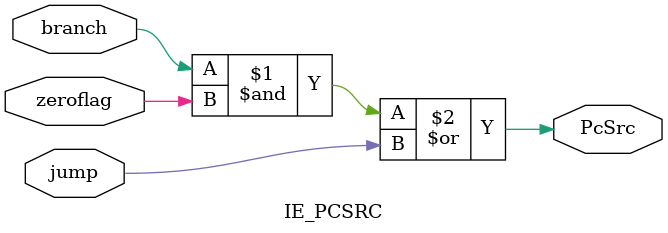
<source format=v>
`timescale 1ns / 1ps
module IE_PCSRC(
input wire jump,branch,zeroflag,
output wire PcSrc
);

assign PcSrc=(branch&zeroflag)|jump;



endmodule

</source>
